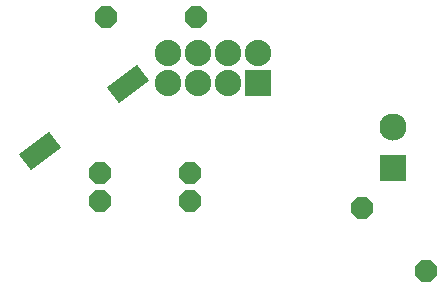
<source format=gbr>
G04 --- HEADER BEGIN --- *
G04 #@! TF.GenerationSoftware,LibrePCB,LibrePCB,0.1.7*
G04 #@! TF.CreationDate,2023-12-20T12:02:32*
G04 #@! TF.ProjectId,CRi-CRi Buzzer,ec579d49-da22-4424-9e15-187340a51fe6,v1*
G04 #@! TF.Part,Single*
G04 #@! TF.SameCoordinates*
G04 #@! TF.FileFunction,Soldermask,Bot*
G04 #@! TF.FilePolarity,Negative*
%FSLAX66Y66*%
%MOMM*%
G01*
G75*
G04 --- HEADER END --- *
G04 --- APERTURE LIST BEGIN --- *
%AMROTATEDOCTAGON10*4,1,8,0.9128,0.378094,0.378094,0.9128,-0.378094,0.9128,-0.9128,0.378094,-0.9128,-0.378094,-0.378094,-0.9128,0.378094,-0.9128,0.9128,-0.378094,0.9128,0.378094,0.0*%
%ADD10ROTATEDOCTAGON10*%
%AMROTATEDRECT11*20,1,1.7,-1.6,0.0,1.6,0.0,37.0*%
%ADD11ROTATEDRECT11*%
%ADD12R,2.3X2.3*%
%ADD13C,2.3*%
%ADD14C,2.24*%
%ADD15R,2.24X2.24*%
G04 --- APERTURE LIST END --- *
G04 --- BOARD BEGIN --- *
D10*
G04 #@! TO.C,R4*
X-13810000Y12000000D03*
X-6190000Y12000000D03*
G04 #@! TO.C,R1*
X-6690000Y-3500000D03*
X-14310000Y-3500000D03*
D11*
G04 #@! TO.C,S1*
X-11946413Y6328531D03*
X-19453587Y671469D03*
D12*
G04 #@! TO.C,J1*
X10500000Y-750000D03*
D13*
X10500000Y2750000D03*
D10*
G04 #@! TO.C,R3*
X7855923Y-4105923D03*
X13244077Y-9494077D03*
G04 #@! TO.C,R2*
X-6690000Y-1200000D03*
X-14310000Y-1200000D03*
D14*
G04 #@! TO.C,MCU1*
X-3480000Y9000000D03*
X-3480000Y6460000D03*
D15*
X-940000Y6460000D03*
D14*
X-6020000Y9000000D03*
X-6020000Y6460000D03*
X-8560000Y6460000D03*
X-8560000Y9000000D03*
X-940000Y9000000D03*
G04 --- BOARD END --- *
G04 #@! TF.MD5,123e62a3d9a44e242d52a5cf39ad7e55*
M02*

</source>
